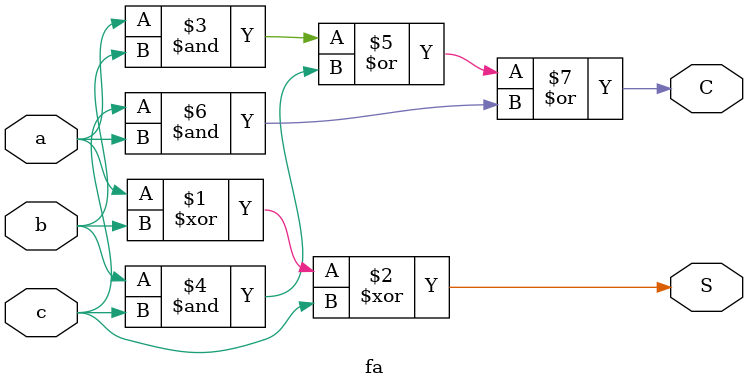
<source format=v>
`timescale 1ns / 1ps

module fa (
    output C, S,
    input a, b, c
    );
    
    assign S = (a ^ b ^ c);
    assign C = ((a & b) | (b & c) | (c & a));
    
    
endmodule

</source>
